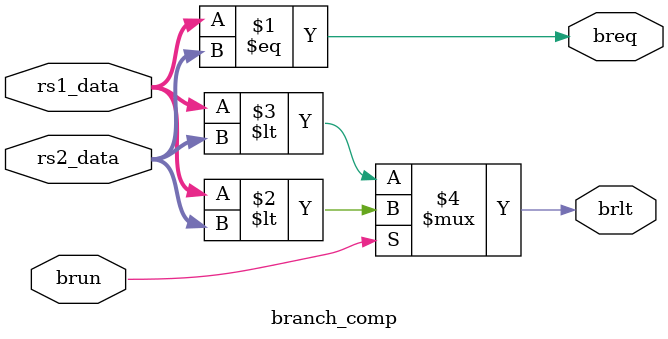
<source format=v>
module branch_comp (
    input [31:0] rs1_data,
    input [31:0] rs2_data,
    input brun,
    output brlt,
    output breq
);

    assign breq = rs1_data == rs2_data;
    assign brlt = brun ? ($signed(rs1_data) < $signed(rs2_data)) : (rs1_data < rs2_data);

endmodule
</source>
